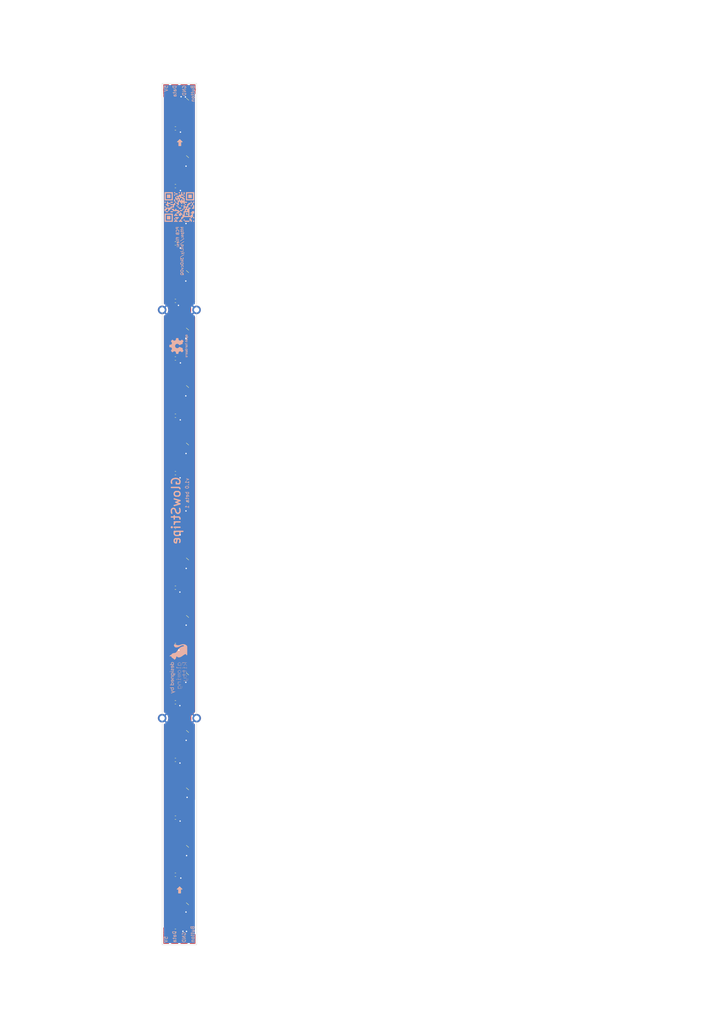
<source format=kicad_pcb>
(kicad_pcb (version 20211014) (generator pcbnew)
  (layers (0 "F.Cu" signal) (31 "B.Cu" signal) (34 "B.Paste" user) (35 "F.Paste" user) (36 "B.SilkS" user "B.Silkscreen") (37 "F.SilkS" user "F.Silkscreen") (38 "B.Mask" user) (39 "F.Mask" user) (44 "Edge.Cuts" user))
  (net 0 "")
  (net 1 "+5V")
  (net 2 "GND")
  (net 3 "Net-(D1-Pad2)")
  (net 4 "Net-(D1-Pad4)")
  (net 5 "Net-(D2-Pad2)")
  (net 6 "Net-(D3-Pad2)")
  (net 7 "Net-(D4-Pad2)")
  (net 8 "Net-(D5-Pad2)")
  (net 9 "Net-(D6-Pad2)")
  (net 10 "Net-(D7-Pad2)")
  (net 11 "Net-(D8-Pad2)")
  (net 12 "Net-(D10-Pad4)")
  (net 13 "Net-(D10-Pad2)")
  (net 14 "Net-(D11-Pad2)")
  (net 15 "Net-(D12-Pad2)")
  (net 16 "Net-(D13-Pad2)")
  (net 17 "Net-(D14-Pad2)")
  (net 18 "Net-(D15-Pad2)")
  (net 19 "BUTTON")
  (footprint "Capacitor_SMD:C_0603_1608Metric_Pad1.08x0.95mm_HandSolder" (layer "F.Cu") (at 50.97 220.35)
    (fp_text reference "C4" hide)
    (fp_text value "0.1uf")
    (pad "1" smd roundrect (at -0.8625 0) (size 1.075 0.95) (layers "F.Cu" "F.Paste" "F.Mask") (net 1 "+5V"))
    (pad "2" smd roundrect (at 0.8625 0) (size 1.075 0.95) (layers "F.Cu" "F.Paste" "F.Mask") (net 2 "GND"))
  )
  (footprint "LED_SMD:LED_WS2812B_PLCC4_5.0x5.0mm_P3.2mm" (layer "F.Cu") (at 52.0678 48.910185 90)
    (fp_text reference "D14" hide)
    (fp_text value "WS2812B")
    (pad "1" smd rect locked (at -2.45 -1.6 90) (size 1.5 1) (layers "F.Cu" "F.Paste" "F.Mask") (net 1 "+5V"))
    (pad "2" smd rect locked (at -2.45 1.6 90) (size 1.5 1) (layers "F.Cu" "F.Paste" "F.Mask") (net 17 "Net-(D14-Pad2)"))
    (pad "3" smd rect locked (at 2.45 1.6 90) (size 1.5 1) (layers "F.Cu" "F.Paste" "F.Mask") (net 2 "GND"))
    (pad "4" smd rect locked (at 2.45 -1.6 90) (size 1.5 1) (layers "F.Cu" "F.Paste" "F.Mask") (net 16 "Net-(D13-Pad2)"))
  )
  (footprint "LED_SMD:LED_WS2812B_PLCC4_5.0x5.0mm_P3.2mm" (layer "F.Cu") (at 52.0678 265.75 90)
    (fp_text reference "D1" hide)
    (fp_text value "WS2812B")
    (pad "1" smd rect locked (at -2.45 -1.6 90) (size 1.5 1) (layers "F.Cu" "F.Paste" "F.Mask") (net 1 "+5V"))
    (pad "2" smd rect locked (at -2.45 1.6 90) (size 1.5 1) (layers "F.Cu" "F.Paste" "F.Mask") (net 3 "Net-(D1-Pad2)"))
    (pad "3" smd rect locked (at 2.45 1.6 90) (size 1.5 1) (layers "F.Cu" "F.Paste" "F.Mask") (net 2 "GND"))
    (pad "4" smd rect locked (at 2.45 -1.6 90) (size 1.5 1) (layers "F.Cu" "F.Paste" "F.Mask") (net 4 "Net-(D1-Pad4)"))
  )
  (footprint "LED_SMD:LED_WS2812B_PLCC4_5.0x5.0mm_P3.2mm" (layer "F.Cu") (at 52.0678 65.59017 90)
    (fp_text reference "D13" hide)
    (fp_text value "WS2812B")
    (pad "1" smd rect locked (at -2.45 -1.6 90) (size 1.5 1) (layers "F.Cu" "F.Paste" "F.Mask") (net 1 "+5V"))
    (pad "2" smd rect locked (at -2.45 1.6 90) (size 1.5 1) (layers "F.Cu" "F.Paste" "F.Mask") (net 16 "Net-(D13-Pad2)"))
    (pad "3" smd rect locked (at 2.45 1.6 90) (size 1.5 1) (layers "F.Cu" "F.Paste" "F.Mask") (net 2 "GND"))
    (pad "4" smd rect locked (at 2.45 -1.6 90) (size 1.5 1) (layers "F.Cu" "F.Paste" "F.Mask") (net 15 "Net-(D12-Pad2)"))
  )
  (footprint "Capacitor_SMD:C_0603_1608Metric_Pad1.08x0.95mm_HandSolder" (layer "F.Cu") (at 50.97 203.64)
    (fp_text reference "C5" hide)
    (fp_text value "0.1uf")
    (pad "1" smd roundrect (at -0.8625 0) (size 1.075 0.95) (layers "F.Cu" "F.Paste" "F.Mask") (net 1 "+5V"))
    (pad "2" smd roundrect (at 0.8625 0) (size 1.075 0.95) (layers "F.Cu" "F.Paste" "F.Mask") (net 2 "GND"))
  )
  (footprint "myparts:Castellated hole" (layer "F.Cu") (at 47.1454 208.24)
    (fp_text reference "H4" hide)
    (fp_text value "Castellated_hole")
    (pad "1" thru_hole circle (at -0.0254 0) (size 2.5 2.5) (drill 1.5) (layers *.Cu *.Mask) (net 2 "GND"))
  )
  (footprint "Capacitor_SMD:C_0603_1608Metric_Pad1.08x0.95mm_HandSolder" (layer "F.Cu") (at 50.97 120.47)
    (fp_text reference "C10" hide)
    (fp_text value "0.1uf")
    (pad "1" smd roundrect (at -0.8625 0) (size 1.075 0.95) (layers "F.Cu" "F.Paste" "F.Mask") (net 1 "+5V"))
    (pad "2" smd roundrect (at 0.8625 0) (size 1.075 0.95) (layers "F.Cu" "F.Paste" "F.Mask") (net 2 "GND"))
  )
  (footprint "Capacitor_SMD:C_0603_1608Metric_Pad1.08x0.95mm_HandSolder" (layer "F.Cu") (at 50.97 253.68)
    (fp_text reference "C2" hide)
    (fp_text value "0.1uf")
    (pad "1" smd roundrect (at -0.8625 0) (size 1.075 0.95) (layers "F.Cu" "F.Paste" "F.Mask") (net 1 "+5V"))
    (pad "2" smd roundrect (at 0.8625 0) (size 1.075 0.95) (layers "F.Cu" "F.Paste" "F.Mask") (net 2 "GND"))
  )
  (footprint "LOGO" (layer "F.Cu") (at 52.24 41.21 180)
    (fp_text reference "leddirectionarrow4" hide)
    (fp_text value "LOGO" hide)
  )
  (footprint "myparts:LED strip connector 4pad small" (layer "F.Cu") (at 52.11 25.71)
    (fp_text reference "U2" hide)
    (fp_text value "Contact pads")
    (pad "1" smd rect locked (at -3.8338 -0.0056) (size 1.6 2.8) (layers "F.Cu" "F.Mask") (net 1 "+5V"))
    (pad "2" smd rect locked (at -1.334534 -0.0056) (size 2 2.8) (layers "F.Cu" "F.Mask") (net 18 "Net-(D15-Pad2)"))
    (pad "3" smd rect locked (at 1.364732 -0.0056) (size 2 2.8) (layers "F.Cu" "F.Mask") (net 2 "GND"))
    (pad "4" smd rect locked (at 3.864 -0.0056) (size 1.6 2.8) (layers "F.Cu" "F.Mask") (net 19 "BUTTON"))
  )
  (footprint "LED_SMD:LED_WS2812B_PLCC4_5.0x5.0mm_P3.2mm" (layer "F.Cu") (at 52.0678 98.95014 90)
    (fp_text reference "D11" hide)
    (fp_text value "WS2812B")
    (pad "1" smd rect locked (at -2.45 -1.6 90) (size 1.5 1) (layers "F.Cu" "F.Paste" "F.Mask") (net 1 "+5V"))
    (pad "2" smd rect locked (at -2.45 1.6 90) (size 1.5 1) (layers "F.Cu" "F.Paste" "F.Mask") (net 14 "Net-(D11-Pad2)"))
    (pad "3" smd rect locked (at 2.45 1.6 90) (size 1.5 1) (layers "F.Cu" "F.Paste" "F.Mask") (net 2 "GND"))
    (pad "4" smd rect locked (at 2.45 -1.6 90) (size 1.5 1) (layers "F.Cu" "F.Paste" "F.Mask") (net 13 "Net-(D10-Pad2)"))
  )
  (footprint "LED_SMD:LED_WS2812B_PLCC4_5.0x5.0mm_P3.2mm" (layer "F.Cu") (at 52.0678 232.39002 90)
    (fp_text reference "D3" hide)
    (fp_text value "WS2812B")
    (pad "1" smd rect locked (at -2.45 -1.6 90) (size 1.5 1) (layers "F.Cu" "F.Paste" "F.Mask") (net 1 "+5V"))
    (pad "2" smd rect locked (at -2.45 1.6 90) (size 1.5 1) (layers "F.Cu" "F.Paste" "F.Mask") (net 6 "Net-(D3-Pad2)"))
    (pad "3" smd rect locked (at 2.45 1.6 90) (size 1.5 1) (layers "F.Cu" "F.Paste" "F.Mask") (net 2 "GND"))
    (pad "4" smd rect locked (at 2.45 -1.6 90) (size 1.5 1) (layers "F.Cu" "F.Paste" "F.Mask") (net 5 "Net-(D2-Pad2)"))
  )
  (footprint "Capacitor_SMD:C_0603_1608Metric_Pad1.08x0.95mm_HandSolder" (layer "F.Cu") (at 50.97 137.13)
    (fp_text reference "C9" hide)
    (fp_text value "0.1uf")
    (pad "1" smd roundrect (at -0.8625 0) (size 1.075 0.95) (layers "F.Cu" "F.Paste" "F.Mask") (net 1 "+5V"))
    (pad "2" smd roundrect (at 0.8625 0) (size 1.075 0.95) (layers "F.Cu" "F.Paste" "F.Mask") (net 2 "GND"))
  )
  (footprint "Capacitor_SMD:C_0603_1608Metric_Pad1.08x0.95mm_HandSolder" (layer "F.Cu") (at 50.97 53.83)
    (fp_text reference "C14" hide)
    (fp_text value "0.1uf")
    (pad "1" smd roundrect (at -0.8625 0) (size 1.075 0.95) (layers "F.Cu" "F.Paste" "F.Mask") (net 1 "+5V"))
    (pad "2" smd roundrect (at 0.8625 0) (size 1.075 0.95) (layers "F.Cu" "F.Paste" "F.Mask") (net 2 "GND"))
  )
  (footprint "myparts:Castellated hole" (layer "F.Cu") (at 57.13 89.75)
    (fp_text reference "H1" hide)
    (fp_text value "Castellated_hole")
    (pad "1" thru_hole circle (at -0.0254 0) (size 2.5 2.5) (drill 1.5) (layers *.Cu *.Mask) (net 2 "GND"))
  )
  (footprint "Capacitor_SMD:C_0603_1608Metric_Pad1.08x0.95mm_HandSolder" (layer "F.Cu") (at 50.97 70.46)
    (fp_text reference "C13" hide)
    (fp_text value "0.1uf")
    (pad "1" smd roundrect (at -0.8625 0) (size 1.075 0.95) (layers "F.Cu" "F.Paste" "F.Mask") (net 1 "+5V"))
    (pad "2" smd roundrect (at 0.8625 0) (size 1.075 0.95) (layers "F.Cu" "F.Paste" "F.Mask") (net 2 "GND"))
  )
  (footprint "Capacitor_SMD:C_0603_1608Metric_Pad1.08x0.95mm_HandSolder" (layer "F.Cu") (at 50.97 237.11)
    (fp_text reference "C3" hide)
    (fp_text value "0.1uf")
    (pad "1" smd roundrect (at -0.8625 0) (size 1.075 0.95) (layers "F.Cu" "F.Paste" "F.Mask") (net 1 "+5V"))
    (pad "2" smd roundrect (at 0.8625 0) (size 1.075 0.95) (layers "F.Cu" "F.Paste" "F.Mask") (net 2 "GND"))
  )
  (footprint "Capacitor_SMD:C_0603_1608Metric_Pad1.08x0.95mm_HandSolder" (layer "F.Cu") (at 50.97 170.38)
    (fp_text reference "C7" hide)
    (fp_text value "0.1uf")
    (pad "1" smd roundrect (at -0.8625 0) (size 1.075 0.95) (layers "F.Cu" "F.Paste" "F.Mask") (net 1 "+5V"))
    (pad "2" smd roundrect (at 0.8625 0) (size 1.075 0.95) (layers "F.Cu" "F.Paste" "F.Mask") (net 2 "GND"))
  )
  (footprint "myparts:Castellated hole" (layer "F.Cu") (at 57.1654 208.24)
    (fp_text reference "H3" hide)
    (fp_text value "Castellated_hole")
    (pad "1" thru_hole circle (at -0.0254 0) (size 2.5 2.5) (drill 1.5) (layers *.Cu *.Mask) (net 2 "GND"))
  )
  (footprint "myparts:LED strip connector 4pad small" (layer "F.Cu") (at 52.11 272.32)
    (fp_text reference "U1" hide)
    (fp_text value "Contact pads")
    (pad "1" smd rect locked (at -3.8338 -0.0056) (size 1.6 2.8) (layers "F.Cu" "F.Mask") (net 1 "+5V"))
    (pad "2" smd rect locked (at -1.334534 -0.0056) (size 2 2.8) (layers "F.Cu" "F.Mask") (net 4 "Net-(D1-Pad4)"))
    (pad "3" smd rect locked (at 1.364732 -0.0056) (size 2 2.8) (layers "F.Cu" "F.Mask") (net 2 "GND"))
    (pad "4" smd rect locked (at 3.864 -0.0056) (size 1.6 2.8) (layers "F.Cu" "F.Mask") (net 19 "BUTTON"))
  )
  (footprint "Capacitor_SMD:C_0603_1608Metric_Pad1.08x0.95mm_HandSolder" (layer "F.Cu") (at 50.97 269.95)
    (fp_text reference "C1" hide)
    (fp_text value "0.1uf")
    (pad "1" smd roundrect (at -0.8625 0) (size 1.075 0.95) (layers "F.Cu" "F.Paste" "F.Mask") (net 1 "+5V"))
    (pad "2" smd roundrect (at 0.8625 0) (size 1.075 0.95) (layers "F.Cu" "F.Paste" "F.Mask") (net 2 "GND"))
  )
  (footprint "LED_SMD:LED_WS2812B_PLCC4_5.0x5.0mm_P3.2mm" (layer "F.Cu") (at 52.0678 32.2302 90)
    (fp_text reference "D15" hide)
    (fp_text value "WS2812B")
    (pad "1" smd rect locked (at -2.45 -1.6 90) (size 1.5 1) (layers "F.Cu" "F.Paste" "F.Mask") (net 1 "+5V"))
    (pad "2" smd rect locked (at -2.45 1.6 90) (size 1.5 1) (layers "F.Cu" "F.Paste" "F.Mask") (net 18 "Net-(D15-Pad2)"))
    (pad "3" smd rect locked (at 2.45 1.6 90) (size 1.5 1) (layers "F.Cu" "F.Paste" "F.Mask") (net 2 "GND"))
    (pad "4" smd rect locked (at 2.45 -1.6 90) (size 1.5 1) (layers "F.Cu" "F.Paste" "F.Mask") (net 17 "Net-(D14-Pad2)"))
  )
  (footprint "LED_SMD:LED_WS2812B_PLCC4_5.0x5.0mm_P3.2mm" (layer "F.Cu") (at 52.0678 182.350065 90)
    (fp_text reference "D6" hide)
    (fp_text value "WS2812B")
    (pad "1" smd rect locked (at -2.45 -1.6 90) (size 1.5 1) (layers "F.Cu" "F.Paste" "F.Mask") (net 1 "+5V"))
    (pad "2" smd rect locked (at -2.45 1.6 90) (size 1.5 1) (layers "F.Cu" "F.Paste" "F.Mask") (net 9 "Net-(D6-Pad2)"))
    (pad "3" smd rect locked (at 2.45 1.6 90) (size 1.5 1) (layers "F.Cu" "F.Paste" "F.Mask") (net 2 "GND"))
    (pad "4" smd rect locked (at 2.45 -1.6 90) (size 1.5 1) (layers "F.Cu" "F.Paste" "F.Mask") (net 8 "Net-(D5-Pad2)"))
  )
  (footprint "LED_SMD:LED_WS2812B_PLCC4_5.0x5.0mm_P3.2mm" (layer "F.Cu") (at 52.0678 148.990095 90)
    (fp_text reference "D8" hide)
    (fp_text value "WS2812B")
    (pad "1" smd rect locked (at -2.45 -1.6 90) (size 1.5 1) (layers "F.Cu" "F.Paste" "F.Mask") (net 1 "+5V"))
    (pad "2" smd rect locked (at -2.45 1.6 90) (size 1.5 1) (layers "F.Cu" "F.Paste" "F.Mask") (net 11 "Net-(D8-Pad2)"))
    (pad "3" smd rect locked (at 2.45 1.6 90) (size 1.5 1) (layers "F.Cu" "F.Paste" "F.Mask") (net 2 "GND"))
    (pad "4" smd rect locked (at 2.45 -1.6 90) (size 1.5 1) (layers "F.Cu" "F.Paste" "F.Mask") (net 10 "Net-(D7-Pad2)"))
  )
  (footprint "Capacitor_SMD:C_0603_1608Metric_Pad1.08x0.95mm_HandSolder" (layer "F.Cu") (at 50.97 37.09)
    (fp_text reference "C15" hide)
    (fp_text value "0.1uf")
    (pad "1" smd roundrect (at -0.8625 0) (size 1.075 0.95) (layers "F.Cu" "F.Paste" "F.Mask") (net 1 "+5V"))
    (pad "2" smd roundrect (at 0.8625 0) (size 1.075 0.95) (layers "F.Cu" "F.Paste" "F.Mask") (net 2 "GND"))
  )
  (footprint "LED_SMD:LED_WS2812B_PLCC4_5.0x5.0mm_P3.2mm" (layer "F.Cu") (at 52.0678 115.630125 90)
    (fp_text reference "D10" hide)
    (fp_text value "WS2812B")
    (pad "1" smd rect locked (at -2.45 -1.6 90) (size 1.5 1) (layers "F.Cu" "F.Paste" "F.Mask") (net 1 "+5V"))
    (pad "2" smd rect locked (at -2.45 1.6 90) (size 1.5 1) (layers "F.Cu" "F.Paste" "F.Mask") (net 13 "Net-(D10-Pad2)"))
    (pad "3" smd rect locked (at 2.45 1.6 90) (size 1.5 1) (layers "F.Cu" "F.Paste" "F.Mask") (net 2 "GND"))
    (pad "4" smd rect locked (at 2.45 -1.6 90) (size 1.5 1) (layers "F.Cu" "F.Paste" "F.Mask") (net 12 "Net-(D10-Pad4)"))
  )
  (footprint "Capacitor_SMD:C_0603_1608Metric_Pad1.08x0.95mm_HandSolder" (layer "F.Cu") (at 50.97 153.78)
    (fp_text reference "C8" hide)
    (fp_text value "0.1uf")
    (pad "1" smd roundrect (at -0.8625 0) (size 1.075 0.95) (layers "F.Cu" "F.Paste" "F.Mask") (net 1 "+5V"))
    (pad "2" smd roundrect (at 0.8625 0) (size 1.075 0.95) (layers "F.Cu" "F.Paste" "F.Mask") (net 2 "GND"))
  )
  (footprint "LOGO" (layer "F.Cu") (at 52.19 258.07 180)
    (fp_text reference "leddirectionarrow4" hide)
    (fp_text value "LOGO" hide)
  )
  (footprint "LED_SMD:LED_WS2812B_PLCC4_5.0x5.0mm_P3.2mm" (layer "F.Cu") (at 52.0678 249.070005 90)
    (fp_text reference "D2" hide)
    (fp_text value "WS2812B")
    (pad "1" smd rect locked (at -2.45 -1.6 90) (size 1.5 1) (layers "F.Cu" "F.Paste" "F.Mask") (net 1 "+5V"))
    (pad "2" smd rect locked (at -2.45 1.6 90) (size 1.5 1) (layers "F.Cu" "F.Paste" "F.Mask") (net 5 "Net-(D2-Pad2)"))
    (pad "3" smd rect locked (at 2.45 1.6 90) (size 1.5 1) (layers "F.Cu" "F.Paste" "F.Mask") (net 2 "GND"))
    (pad "4" smd rect locked (at 2.45 -1.6 90) (size 1.5 1) (layers "F.Cu" "F.Paste" "F.Mask") (net 3 "Net-(D1-Pad2)"))
  )
  (footprint "myparts:Castellated hole" (layer "F.Cu") (at 47.14 89.75)
    (fp_text reference "H2" hide)
    (fp_text value "Castellated_hole")
    (pad "1" thru_hole circle (at -0.0254 0) (size 2.5 2.5) (drill 1.5) (layers *.Cu *.Mask) (net 2 "GND"))
  )
  (footprint "LED_SMD:LED_WS2812B_PLCC4_5.0x5.0mm_P3.2mm" (layer "F.Cu") (at 52.0678 215.710035 90)
    (fp_text reference "D4" hide)
    (fp_text value "WS2812B")
    (pad "1" smd rect locked (at -2.45 -1.6 90) (size 1.5 1) (layers "F.Cu" "F.Paste" "F.Mask") (net 1 "+5V"))
    (pad "2" smd rect locked (at -2.45 1.6 90) (size 1.5 1) (layers "F.Cu" "F.Paste" "F.Mask") (net 7 "Net-(D4-Pad2)"))
    (pad "3" smd rect locked (at 2.45 1.6 90) (size 1.5 1) (layers "F.Cu" "F.Paste" "F.Mask") (net 2 "GND"))
    (pad "4" smd rect locked (at 2.45 -1.6 90) (size 1.5 1) (layers "F.Cu" "F.Paste" "F.Mask") (net 6 "Net-(D3-Pad2)"))
  )
  (footprint "Capacitor_SMD:C_0603_1608Metric_Pad1.08x0.95mm_HandSolder" (layer "F.Cu") (at 50.97 103.86)
    (fp_text reference "C11" hide)
    (fp_text value "0.1uf")
    (pad "1" smd roundrect (at -0.8625 0) (size 1.075 0.95) (layers "F.Cu" "F.Paste" "F.Mask") (net 1 "+5V"))
    (pad "2" smd roundrect (at 0.8625 0) (size 1.075 0.95) (layers "F.Cu" "F.Paste" "F.Mask") (net 2 "GND"))
  )
  (footprint "Capacitor_SMD:C_0603_1608Metric_Pad1.08x0.95mm_HandSolder" (layer "F.Cu") (at 50.97 187.03)
    (fp_text reference "C6" hide)
    (fp_text value "0.1uf")
    (pad "1" smd roundrect (at -0.8625 0) (size 1.075 0.95) (layers "F.Cu" "F.Paste" "F.Mask") (net 1 "+5V"))
    (pad "2" smd roundrect (at 0.8625 0) (size 1.075 0.95) (layers "F.Cu" "F.Paste" "F.Mask") (net 2 "GND"))
  )
  (footprint "Capacitor_SMD:C_0603_1608Metric_Pad1.08x0.95mm_HandSolder" (layer "F.Cu") (at 50.97 87.14)
    (fp_text reference "C12" hide)
    (fp_text value "0.1uf")
    (pad "1" smd roundrect (at -0.8625 0) (size 1.075 0.95) (layers "F.Cu" "F.Paste" "F.Mask") (net 1 "+5V"))
    (pad "2" smd roundrect (at 0.8625 0) (size 1.075 0.95) (layers "F.Cu" "F.Paste" "F.Mask") (net 2 "GND"))
  )
  (footprint "LED_SMD:LED_WS2812B_PLCC4_5.0x5.0mm_P3.2mm" (layer "F.Cu") (at 52.0678 165.67008 90)
    (fp_text reference "D7" hide)
    (fp_text value "WS2812B")
    (pad "1" smd rect locked (at -2.45 -1.6 90) (size 1.5 1) (layers "F.Cu" "F.Paste" "F.Mask") (net 1 "+5V"))
    (pad "2" smd rect locked (at -2.45 1.6 90) (size 1.5 1) (layers "F.Cu" "F.Paste" "F.Mask") (net 10 "Net-(D7-Pad2)"))
    (pad "3" smd rect locked (at 2.45 1.6 90) (size 1.5 1) (layers "F.Cu" "F.Paste" "F.Mask") (net 2 "GND"))
    (pad "4" smd rect locked (at 2.45 -1.6 90) (size 1.5 1) (layers "F.Cu" "F.Paste" "F.Mask") (net 9 "Net-(D6-Pad2)"))
  )
  (footprint "LED_SMD:LED_WS2812B_PLCC4_5.0x5.0mm_P3.2mm" (layer "F.Cu") (at 52.0678 132.31011 90)
    (fp_text reference "D9" hide)
    (fp_text value "WS2812B")
    (pad "1" smd rect locked (at -2.45 -1.6 90) (size 1.5 1) (layers "F.Cu" "F.Paste" "F.Mask") (net 1 "+5V"))
    (pad "2" smd rect locked (at -2.45 1.6 90) (size 1.5 1) (layers "F.Cu" "F.Paste" "F.Mask") (net 12 "Net-(D10-Pad4)"))
    (pad "3" smd rect locked (at 2.45 1.6 90) (size 1.5 1) (layers "F.Cu" "F.Paste" "F.Mask") (net 2 "GND"))
    (pad "4" smd rect locked (at 2.45 -1.6 90) (size 1.5 1) (layers "F.Cu" "F.Paste" "F.Mask") (net 11 "Net-(D8-Pad2)"))
  )
  (footprint "LED_SMD:LED_WS2812B_PLCC4_5.0x5.0mm_P3.2mm" (layer "F.Cu") (at 52.0678 199.03005 90)
    (fp_text reference "D5" hide)
    (fp_text value "WS2812B")
    (pad "1" smd rect locked (at -2.45 -1.6 90) (size 1.5 1) (layers "F.Cu" "F.Paste" "F.Mask") (net 1 "+5V"))
    (pad "2" smd rect locked (at -2.45 1.6 90) (size 1.5 1) (layers "F.Cu" "F.Paste" "F.Mask") (net 8 "Net-(D5-Pad2)"))
    (pad "3" smd rect locked (at 2.45 1.6 90) (size 1.5 1) (layers "F.Cu" "F.Paste" "F.Mask") (net 2 "GND"))
    (pad "4" smd rect locked (at 2.45 -1.6 90) (size 1.5 1) (layers "F.Cu" "F.Paste" "F.Mask") (net 7 "Net-(D4-Pad2)"))
  )
  (footprint "LED_SMD:LED_WS2812B_PLCC4_5.0x5.0mm_P3.2mm" (layer "F.Cu") (at 52.0678 82.270155 90)
    (fp_text reference "D12" hide)
    (fp_text value "WS2812B")
    (pad "1" smd rect locked (at -2.45 -1.6 90) (size 1.5 1) (layers "F.Cu" "F.Paste" "F.Mask") (net 1 "+5V"))
    (pad "2" smd rect locked (at -2.45 1.6 90) (size 1.5 1) (layers "F.Cu" "F.Paste" "F.Mask") (net 15 "Net-(D12-Pad2)"))
    (pad "3" smd rect locked (at 2.45 1.6 90) (size 1.5 1) (layers "F.Cu" "F.Paste" "F.Mask") (net 2 "GND"))
    (pad "4" smd rect locked (at 2.45 -1.6 90) (size 1.5 1) (layers "F.Cu" "F.Paste" "F.Mask") (net 14 "Net-(D11-Pad2)"))
  )
  (footprint "LOGO" (layer "B.Cu") (at 52.17 258.08)
    (fp_text reference "leddirectionarrow4" hide)
    (fp_text value "LOGO" hide)
  )
  (footprint "LOGO" (layer "B.Cu") (at 51.883217 193.979663 -90)
    (fp_text reference "designedby" hide)
    (fp_text value "LOGO" hide)
  )
  (footprint "LOGO" (layer "B.Cu") (at 52.24 41.21)
    (fp_text reference "leddirectionarrow4" hide)
    (fp_text value "LOGO" hide)
  )
  (footprint "Symbol:OSHW-Logo2_7.3x6mm_SilkScreen" (layer "B.Cu") (at 51.96 100.23 -90)
    (fp_text reference "OSHW logo" hide)
    (fp_text value "OSHW-Logo2_7.3x6mm_SilkScreen" hide)
  )
  (footprint "LOGO" (layer "B.Cu") (at 52.12 59.89 -90)
    (fp_text reference "qrcode" hide)
    (fp_text value "LOGO" hide)
  )
  (gr_line locked (start 57.13 274.01) (end 47.13 274.01) (layer "Edge.Cuts") (width 0.1))
  (gr_line locked (start 47.13 24.01) (end 57.13 24.01) (layer "Edge.Cuts") (width 0.1))
  (gr_line locked (start 57.13 24.01) (end 57.13 274.01) (layer "Edge.Cuts") (width 0.1))
  (gr_line locked (start 47.13 274.01) (end 47.13 24.01) (layer "Edge.Cuts") (width 0.1))
  (gr_text "5V" (at 48.21 271.451428 90) (layer "B.SilkS") (effects (font (size 1 1)) (justify left mirror)))
  (gr_text "5V" (at 48.27 24.49 90) (layer "B.SilkS") (effects (font (size 1 1)) (justify left mirror)))
  (gr_text "Button" (at 56.02 24.49 90) (layer "B.SilkS") (effects (font (size 1 1)) (justify left mirror)))
  (gr_text "Data" (at 50.69 269.88 90) (layer "B.SilkS") (effects (font (size 1 1)) (justify left mirror)))
  (gr_text "GND" (at 53.54 24.49 90) (layer "B.SilkS") (effects (font (size 1 1)) (justify left mirror)))
  (gr_text "v1.0 beta 1" (at 54.38 142.98 90) (layer "B.SilkS") (effects (font (size 1 1)) (justify mirror)))
  (gr_text "PCB files:\nhttps://bit.ly/3kOcvOQ" (at 52.25 65.51 90) (layer "B.SilkS") (effects (font (size 0.8 0.8)) (justify left mirror)))
  (gr_text "Button" (at 55.96 268.403809 90) (layer "B.SilkS") (effects (font (size 1 1)) (justify left mirror)))
  (gr_text "GlowStripe" (at 51.16 148.01 90) (layer "B.SilkS") (effects (font (size 2.5 2.5) (thickness 0.4)) (justify mirror)))
  (gr_text "GND" (at 53.48 270.213333 90) (layer "B.SilkS") (effects (font (size 1 1)) (justify left mirror)))
  (gr_text "Data" (at 50.75 24.49 90) (layer "B.SilkS") (effects (font (size 1 1)) (justify left mirror)))
  (segment (start 48.56 28.37) (end 48.56 29.23) (width 1.5) (layer "F.Cu") (net 1))
  (segment (start 50.1075 187.03) (end 50.1075 185.160365) (width 1) (layer "F.Cu") (net 1))
  (segment (start 50.1075 87.14) (end 50.1075 85.080455) (width 1) (layer "F.Cu") (net 1))
  (segment (start 50.1075 53.83) (end 50.1075 51.720485) (width 1) (layer "F.Cu") (net 1))
  (segment (start 49.5038 269.2938) (end 50.045 269.835) (width 1.2) (layer "F.Cu") (net 1))
  (segment (start 50.1075 170.38) (end 50.1075 168.48038) (width 1) (layer "F.Cu") (net 1))
  (segment (start 50.1075 51.720485) (end 50.4678 51.360185) (width 1) (layer "F.Cu") (net 1))
  (segment (start 50.1075 251.880305) (end 50.4678 251.520005) (width 0.25) (layer "F.Cu") (net 1))
  (segment (start 50.1075 237.11) (end 50.1075 235.20032) (width 1) (layer "F.Cu") (net 1))
  (segment (start 50.1075 185.160365) (end 50.4678 184.800065) (width 1) (layer "F.Cu") (net 1))
  (segment (start 48.56 29.23) (end 48.56 33.493) (width 1.5) (layer "F.Cu") (net 1))
  (segment (start 50.1075 37.09) (end 50.1075 35.0405) (width 1) (layer "F.Cu") (net 1))
  (segment (start 50.1075 101.76044) (end 50.4678 101.40014) (width 1) (layer "F.Cu") (net 1))
  (segment (start 50.1075 68.40047) (end 50.4678 68.04017) (width 1) (layer "F.Cu") (net 1))
  (segment (start 50.045 269.835) (end 50.045 269.95) (width 1.2) (layer "F.Cu") (net 1))
  (segment (start 50.1075 35.0405) (end 50.4678 34.6802) (width 1) (layer "F.Cu") (net 1))
  (segment (start 48.75 28.18) (end 48.56 28.37) (width 1.5) (layer "F.Cu") (net 1))
  (segment (start 50.1075 203.64) (end 50.1075 201.84035) (width 1) (layer "F.Cu") (net 1))
  (segment (start 48.0862 270.4438) (end 48.0862 272.0944) (width 1.2) (layer "F.Cu") (net 1))
  (segment (start 50.1075 268.5603) (end 50.4678 268.2) (width 0.25) (layer "F.Cu") (net 1))
  (segment (start 50.1075 253.68) (end 50.1075 251.880305) (width 1) (layer "F.Cu") (net 1))
  (segment (start 50.1075 153.78) (end 50.1075 151.800395) (width 1) (layer "F.Cu") (net 1))
  (segment (start 50.1075 201.84035) (end 50.4678 201.48005) (width 1) (layer "F.Cu") (net 1))
  (segment (start 48.0862 269.2938) (end 49.5038 269.2938) (width 1.2) (layer "F.Cu") (net 1))
  (segment (start 50.1075 151.800395) (end 50.4678 151.440095) (width 1) (layer "F.Cu") (net 1))
  (segment (start 50.1075 85.080455) (end 50.4678 84.720155) (width 1) (layer "F.Cu") (net 1))
  (segment (start 50.1075 88.7325) (end 50.06 88.78) (width 1) (layer "F.Cu") (net 1))
  (segment (start 50.1075 269.95) (end 50.1075 268.5603) (width 1) (layer "F.Cu") (net 1))
  (segment (start 48.2512 27.6812) (end 48.75 28.18) (width 1.5) (layer "F.Cu") (net 1))
  (segment (start 50.1075 168.48038) (end 50.4678 168.12008) (width 1) (layer "F.Cu") (net 1))
  (segment (start 50.1075 87.14) (end 50.1075 88.7325) (width 1) (layer "F.Cu") (net 1))
  (segment (start 50.1075 70.46) (end 50.1075 68.40047) (width 1) (layer "F.Cu") (net 1))
  (segment (start 48.2512 25.8044) (end 48.2512 27.6812) (width 1.5) (layer "F.Cu") (net 1))
  (segment (start 48.34 26.1696) (end 48.086 25.9156) (width 1.3) (layer "F.Cu") (net 1))
  (segment (start 50.1075 220.35) (end 50.1075 218.520335) (width 1) (layer "F.Cu") (net 1))
  (segment (start 48.0862 269.2938) (end 48.0862 270.4438) (width 1.2) (layer "F.Cu") (net 1))
  (segment (start 50.1075 120.47) (end 50.1075 118.440425) (width 1) (layer "F.Cu") (net 1))
  (segment (start 50.1075 135.12041) (end 50.4678 134.76011) (width 1) (layer "F.Cu") (net 1))
  (segment (start 50.1075 118.440425) (end 50.4678 118.080125) (width 1) (layer "F.Cu") (net 1))
  (segment (start 50.1075 137.13) (end 50.1075 135.12041) (width 1) (layer "F.Cu") (net 1))
  (segment (start 48.56 33.493) (end 50.1075 35.0405) (width 1.5) (layer "F.Cu") (net 1))
  (segment (start 50.1075 103.86) (end 50.1075 101.76044) (width 1) (layer "F.Cu") (net 1))
  (segment (start 50.1075 218.520335) (end 50.4678 218.160035) (width 0.25) (layer "F.Cu") (net 1))
  (segment (start 50.1075 235.20032) (end 50.4678 234.84002) (width 0.25) (layer "F.Cu") (net 1))
  (segment (start 51.8325 171.2125) (end 52.27 171.65) (width 0.25) (layer "F.Cu") (net 2))
  (segment (start 53.6678 214.2478) (end 54.09 214.67) (width 0.25) (layer "F.Cu") (net 2))
  (segment (start 51.8325 137.13) (end 51.8325 137.9925) (width 0.25) (layer "F.Cu") (net 2))
  (segment (start 51.8325 103.86) (end 51.8325 104.5525) (width 0.25) (layer "F.Cu") (net 2))
  (segment (start 53.6678 264.1378) (end 53.6678 263.3) (width 0.25) (layer "F.Cu") (net 2))
  (segment (start 53.6678 46.460185) (end 53.6678 47.6578) (width 0.25) (layer "F.Cu") (net 2))
  (segment (start 53.6678 96.50014) (end 53.6678 97.7178) (width 0.25) (layer "F.Cu") (net 2))
  (segment (start 51.8325 220.8125) (end 51.8325 220.35) (width 0.25) (layer "F.Cu") (net 2))
  (segment (start 51.8325 153.78) (end 51.8325 154.5425) (width 0.25) (layer "F.Cu") (net 2))
  (segment (start 51.8325 53.83) (end 51.8325 54.5325) (width 0.25) (layer "F.Cu") (net 2))
  (segment (start 53.6678 180.8278) (end 54.09 181.25) (width 0.25) (layer "F.Cu") (net 2))
  (segment (start 53.6678 163.22008) (end 53.6678 164.3478) (width 0.25) (layer "F.Cu") (net 2))
  (segment (start 53.484732 270.424732) (end 53.15 270.09) (width 0.25) (layer "F.Cu") (net 2))
  (segment (start 51.8325 70.46) (end 51.8325 71.2725) (width 0.25) (layer "F.Cu") (net 2))
  (segment (start 51.96 188.51) (end 51.8325 188.3825) (width 0.25) (layer "F.Cu") (net 2))
  (segment (start 51.8325 188.3825) (end 51.8325 187.03) (width 0.25) (layer "F.Cu") (net 2))
  (segment (start 53.6678 246.620005) (end 53.6678 247.5878) (width 0.25) (layer "F.Cu") (net 2))
  (segment (start 53.6678 97.7178) (end 54 98.05) (width 0.25) (layer "F.Cu") (net 2))
  (segment (start 51.8325 71.2725) (end 52.38 71.82) (width 0.25) (layer "F.Cu") (net 2))
  (segment (start 53.6678 114.3978) (end 53.98 114.71) (width 0.25) (layer "F.Cu") (net 2))
  (segment (start 53.484732 272.3344) (end 53.484732 270.424732) (width 2) (layer "F.Cu") (net 2))
  (segment (start 51.8325 88.4225) (end 51.8325 87.14) (width 0.25) (layer "F.Cu") (net 2))
  (segment (start 51.85 88.44) (end 51.8325 88.4225) (width 0.25) (layer "F.Cu") (net 2))
  (segment (start 51.8325 237.11) (end 51.8325 237.6125) (width 0.25) (layer "F.Cu") (net 2))
  (segment (start 53.6678 164.3478) (end 54.1 164.78) (width 0.25) (layer "F.Cu") (net 2))
  (segment (start 53.6678 79.820155) (end 53.6678 81.0678) (width 0.25) (layer "F.Cu") (net 2))
  (segment (start 51.8325 121.1325) (end 52.38 121.68) (width 0.25) (layer "F.Cu") (net 2))
  (segment (start 53.6678 230.5278) (end 54.36 231.22) (width 0.25) (layer "F.Cu") (net 2))
  (segment (start 53.6678 147.7378) (end 54.03 148.1) (width 0.25) (layer "F.Cu") (net 2))
  (segment (start 53.6678 29.7802) (end 53.6678 27.7578) (width 1) (layer "F.Cu") (net 2))
  (segment (start 51.8325 104.5525) (end 52.42 105.14) (width 0.25) (layer "F.Cu") (net 2))
  (segment (start 51.8325 253.9525) (end 52.53 254.65) (width 0.25) (layer "F.Cu") (net 2))
  (segment (start 51.8325 203.64) (end 51.8325 204.1725) (width 0.25) (layer "F.Cu") (net 2))
  (segment (start 53.6678 197.5178) (end 53.6678 196.58005) (width 0.25) (layer "F.Cu") (net 2))
  (segment (start 53.6678 129.86011) (end 53.6678 131.0478) (width 0.25) (layer "F.Cu") (net 2))
  (segment (start 53.6678 229.94002) (end 53.6678 230.5278) (width 0.25) (layer "F.Cu") (net 2))
  (segment (start 51.8325 204.1725) (end 52.26 204.6) (width 0.25) (layer "F.Cu") (net 2))
  (segment (start 53.474732 27.564732) (end 53.86 27.95) (width 1) (layer "F.Cu") (net 2))
  (segment (start 53.474732 25.8044) (end 53.474732 27.564732) (width 2) (layer "F.Cu") (net 2))
  (segment (start 53.6678 179.900065) (end 53.6678 180.8278) (width 0.25) (layer "F.Cu") (net 2))
  (segment (start 53.99 197.84) (end 53.6678 197.5178) (width 0.25) (layer "F.Cu") (net 2))
  (segment (start 51.8325 237.6125) (end 52.33 238.11) (width 0.25) (layer "F.Cu") (net 2))
  (segment (start 53.6678 63.14017) (end 53.6678 64.3178) (width 0.25) (layer "F.Cu") (net 2))
  (segment (start 53.474732 27.045268) (end 52.62 27.9) (width 1) (layer "F.Cu") (net 2))
  (segment (start 53.6678 131.0478) (end 54.05 131.43) (width 0.25) (layer "F.Cu") (net 2))
  (segment (start 53.6678 146.540095) (end 53.6678 147.7378) (width 0.25) (layer "F.Cu") (net 2))
  (segment (start 53.01 269.95) (end 53.484732 270.424732) (width 0.25) (layer "F.Cu") (net 2))
  (segment (start 51.8325 137.9925) (end 52.33 138.49) (width 0.25) (layer "F.Cu") (net 2))
  (segment (start 53.484732 270.424732) (end 53.885268 270.424732) (width 0.25) (layer "F.Cu") (net 2))
  (segment (start 53.6678 47.6578) (end 54.05 48.04) (width 0.25) (layer "F.Cu") (net 2))
  (segment (start 53.6678 247.5878) (end 54.21 248.13) (width 0.25) (layer "F.Cu") (net 2))
  (segment (start 53.6678 113.180125) (end 53.6678 114.3978) (width 0.25) (layer "F.Cu") (net 2))
  (segment (start 54.04 264.51) (end 53.6678 264.1378) (width 0.25) (layer "F.Cu") (net 2))
  (segment (start 53.6678 213.260035) (end 53.6678 214.2478) (width 0.25) (layer "F.Cu") (net 2))
  (segment (start 51.8325 37.5625) (end 52.43 38.16) (width 0.25) (layer "F.Cu") (net 2))
  (segment (start 53.6678 27.7578) (end 53.474732 27.564732) (width 1) (layer "F.Cu") (net 2))
  (segment (start 52.29 221.27) (end 51.8325 220.8125) (width 0.25) (layer "F.Cu") (net 2))
  (segment (start 51.8325 253.68) (end 51.8325 253.9525) (width 0.25) (layer "F.Cu") (net 2))
  (segment (start 51.8225 269.95) (end 53.01 269.95) (width 0.25) (layer "F.Cu") (net 2))
  (segment (start 53.6678 64.3178) (end 54.04 64.69) (width 0.25) (layer "F.Cu") (net 2))
  (segment (start 51.8325 37.09) (end 51.8325 37.5625) (width 0.25) (layer "F.Cu") (net 2))
  (segment (start 53.6678 81.0678) (end 53.98 81.38) (width 0.25) (layer "F.Cu") (net 2))
  (segment (start 51.8325 154.5425) (end 52.35 155.06) (width 0.25) (layer "F.Cu") (net 2))
  (segment (start 51.8325 170.38) (end 51.8325 171.2125) (width 0.25) (layer "F.Cu") (net 2))
  (segment (start 51.8325 54.5325) (end 52.42 55.12) (width 0.25) (layer "F.Cu") (net 2))
  (segment (start 53.885268 270.424732) (end 54.19 270.12) (width 1) (layer "F.Cu") (net 2))
  (segment (start 51.8325 120.47) (end 51.8325 121.1325) (width 0.25) (layer "F.Cu") (net 2))
  (via (at 54.21 248.13) (size 0.8) (drill 0.4) (layers "F.Cu" "B.Cu") (net 2))
  (via (at 51.85 88.44) (size 0.8) (drill 0.4) (layers "F.Cu" "B.Cu") (net 2))
  (via (at 52.29 221.27) (size 0.8) (drill 0.4) (layers "F.Cu" "B.Cu") (net 2))
  (via (at 54.09 214.67) (size 0.8) (drill 0.4) (layers "F.Cu" "B.Cu") (net 2))
  (via (at 53.86 27.95) (size 0.8) (drill 0.4) (layers "F.Cu" "B.Cu") (net 2))
  (via (at 54.36 231.22) (size 0.8) (drill 0.4) (layers "F.Cu" "B.Cu") (net 2))
  (via (at 52.43 38.16) (size 0.8) (drill 0.4) (layers "F.Cu" "B.Cu") (net 2))
  (via (at 54.05 131.43) (size 0.8) (drill 0.4) (layers "F.Cu" "B.Cu") (net 2))
  (via (at 54.04 64.69) (size 0.8) (drill 0.4) (layers "F.Cu" "B.Cu") (net 2))
  (via (at 54.05 48.04) (size 0.8) (drill 0.4) (layers "F.Cu" "B.Cu") (net 2))
  (via (at 53.98 114.71) (size 0.8) (drill 0.4) (layers "F.Cu" "B.Cu") (net 2))
  (via (at 52.33 238.11) (size 0.8) (drill 0.4) (layers "F.Cu" "B.Cu") (net 2))
  (via (at 52.26 204.6) (size 0.8) (drill 0.4) (layers "F.Cu" "B.Cu") (net 2))
  (via (at 54.09 181.25) (size 0.8) (drill 0.4) (layers "F.Cu" "B.Cu") (net 2))
  (via (at 54.03 148.1) (size 0.8) (drill 0.4) (layers "F.Cu" "B.Cu") (net 2))
  (via (at 52.33 138.49) (size 0.8) (drill 0.4) (layers "F.Cu" "B.Cu") (net 2))
  (via (at 53.99 197.84) (size 0.8) (drill 0.4) (layers "F.Cu" "B.Cu") (net 2))
  (via (at 51.96 188.51) (size 0.8) (drill 0.4) (layers "F.Cu" "B.Cu") (net 2))
  (via (at 52.38 121.68) (size 0.8) (drill 0.4) (layers "F.Cu" "B.Cu") (net 2))
  (via (at 54.1 164.78) (size 0.8) (drill 0.4) (layers "F.Cu" "B.Cu") (net 2))
  (via (at 52.27 171.65) (size 0.8) (drill 0.4) (layers "F.Cu" "B.Cu") (net 2))
  (via (at 52.35 155.06) (size 0.8) (drill 0.4) (layers "F.Cu" "B.Cu") (net 2))
  (via (at 52.42 105.14) (size 0.8) (drill 0.4) (layers "F.Cu" "B.Cu") (net 2))
  (via (at 53.98 81.38) (size 0.8) (drill 0.4) (layers "F.Cu" "B.Cu") (net 2))
  (via (at 52.42 55.12) (size 0.8) (drill 0.4) (layers "F.Cu" "B.Cu") (net 2))
  (via (at 53.15 270.09) (size 0.8) (drill 0.4) (layers "F.Cu" "B.Cu") (net 2))
  (via (at 52.62 27.9) (size 0.8) (drill 0.4) (layers "F.Cu" "B.Cu") (net 2))
  (via (at 54.19 270.12) (size 0.8) (drill 0.4) (layers "F.Cu" "B.Cu") (net 2))
  (via (at 52.53 254.65) (size 0.8) (drill 0.4) (layers "F.Cu" "B.Cu") (net 2))
  (via (at 54.04 264.51) (size 0.8) (drill 0.4) (layers "F.Cu" "B.Cu") (net 2))
  (via (at 54 98.05) (size 0.8) (drill 0.4) (layers "F.Cu" "B.Cu") (net 2))
  (via (at 52.38 71.82) (size 0.8) (drill 0.4) (layers "F.Cu" "B.Cu") (net 2))
  (segment (start 52.06 252.21) (end 52.06 250.53) (width 0.5) (layer "F.Cu") (net 3))
  (segment (start 53.6678 268.2) (end 53.6678 265.9778) (width 0.5) (layer "F.Cu") (net 3))
  (segment (start 52.06 250.53) (end 50.4678 248.9378) (width 0.5) (layer "F.Cu") (net 3))
  (segment (start 51.89 264.2) (end 51.89 262.28) (width 0.5) (layer "F.Cu") (net 3))
  (segment (start 53.6678 265.9778) (end 51.89 264.2) (width 0.5) (layer "F.Cu") (net 3))
  (segment (start 53.67 260.5) (end 53.67 253.82) (width 0.5) (layer "F.Cu") (net 3))
  (segment (start 53.67 253.82) (end 52.06 252.21) (width 0.5) (layer "F.Cu") (net 3))
  (segment (start 50.4678 248.9378) (end 50.4678 246.620005) (width 0.5) (layer "F.Cu") (net 3))
  (segment (start 51.89 262.28) (end 53.67 260.5) (width 0.5) (layer "F.Cu") (net 3))
  (segment (start 52.01 268.46) (end 52.01 266.84) (width 0.5) (layer "F.Cu") (net 4))
  (segment (start 50.93452 272.185346) (end 50.93452 270.41994) (width 0.2) (layer "F.Cu") (net 4))
  (segment (start 50.785466 272.3344) (end 50.93452 272.185346) (width 0.2) (layer "F.Cu") (net 4))
  (segment (start 50.94452 269.52548) (end 52.01 268.46) (width 0.2) (layer "F.Cu") (net 4))
  (segment (start 50.93452 270.41994) (end 50.94452 270.40994) (width 0.2) (layer "F.Cu") (net 4))
  (segment (start 50.4678 265.2978) (end 50.4678 263.3) (width 0.5) (layer "F.Cu") (net 4))
  (segment (start 52.01 266.84) (end 50.4678 265.2978) (width 0.5) (layer "F.Cu") (net 4))
  (segment (start 50.94452 270.40994) (end 50.94452 269.52548) (width 0.2) (layer "F.Cu") (net 4))
  (segment (start 53.6678 251.520005) (end 53.6678 249.5378) (width 0.5) (layer "F.Cu") (net 5))
  (segment (start 51.91 235.32) (end 51.91 233.58) (width 0.5) (layer "F.Cu") (net 5))
  (segment (start 53.41 243.89) (end 53.41 236.82) (width 0.5) (layer "F.Cu") (net 5))
  (segment (start 51.92 245.38) (end 53.41 243.89) (width 0.5) (layer "F.Cu") (net 5))
  (segment (start 50.4678 232.1378) (end 50.4678 229.94002) (width 0.5) (layer "F.Cu") (net 5))
  (segment (start 51.92 247.79) (end 51.92 245.38) (width 0.5) (layer "F.Cu") (net 5))
  (segment (start 53.6678 249.5378) (end 51.92 247.79) (width 0.5) (layer "F.Cu") (net 5))
  (segment (start 53.41 236.82) (end 51.91 235.32) (width 0.5) (layer "F.Cu") (net 5))
  (segment (start 51.91 233.58) (end 50.4678 232.1378) (width 0.5) (layer "F.Cu") (net 5))
  (segment (start 53.6678 232.6378) (end 51.94 230.91) (width 0.5) (layer "F.Cu") (net 6))
  (segment (start 52.01 216.95) (end 50.4678 215.4078) (width 0.5) (layer "F.Cu") (net 6))
  (segment (start 50.4678 215.4078) (end 50.4678 213.260035) (width 0.5) (layer "F.Cu") (net 6))
  (segment (start 53.56 220.23) (end 52.01 218.68) (width 0.5) (layer "F.Cu") (net 6))
  (segment (start 53.56 226.96) (end 53.56 220.23) (width 0.5) (layer "F.Cu") (net 6))
  (segment (start 51.94 230.91) (end 51.94 228.58) (width 0.5) (layer "F.Cu") (net 6))
  (segment (start 53.6678 234.84002) (end 53.6678 232.6378) (width 0.5) (layer "F.Cu") (net 6))
  (segment (start 52.01 218.68) (end 52.01 216.95) (width 0.5) (layer "F.Cu") (net 6))
  (segment (start 51.94 228.58) (end 53.56 226.96) (width 0.5) (layer "F.Cu") (net 6))
  (segment (start 51.91 200.32) (end 50.4678 198.8778) (width 0.5) (layer "F.Cu") (net 7))
  (segment (start 52.05 214.47) (end 52.05 212.3) (width 0.5) (layer "F.Cu") (net 7))
  (segment (start 52.05 212.3) (end 53.14 211.21) (width 0.5) (layer "F.Cu") (net 7))
  (segment (start 53.14 211.21) (end 53.14 203.13) (width 0.5) (layer "F.Cu") (net 7))
  (segment (start 53.14 203.13) (end 51.91 201.9) (width 0.5) (layer "F.Cu") (net 7))
  (segment (start 53.6678 218.160035) (end 53.6678 216.0878) (width 0.5) (layer "F.Cu") (net 7))
  (segment (start 51.91 201.9) (end 51.91 200.32) (width 0.5) (layer "F.Cu") (net 7))
  (segment (start 53.6678 216.0878) (end 52.05 214.47) (width 0.5) (layer "F.Cu") (net 7))
  (segment (start 50.4678 198.8778) (end 50.4678 196.58005) (width 0.5) (layer "F.Cu") (net 7))
  (segment (start 53.49 194.23) (end 53.49 186.94) (width 0.5) (layer "F.Cu") (net 8))
  (segment (start 52.04 197.91) (end 52.04 195.68) (width 0.5) (layer "F.Cu") (net 8))
  (segment (start 52.01 185.46) (end 52.01 183.68) (width 0.5) (layer "F.Cu") (net 8))
  (segment (start 53.6678 199.5378) (end 52.04 197.91) (width 0.5) (layer "F.Cu") (net 8))
  (segment (start 52.01 183.68) (end 50.4678 182.1378) (width 0.5) (layer "F.Cu") (net 8))
  (segment (start 53.6678 201.48005) (end 53.6678 199.5378) (width 0.5) (layer "F.Cu") (net 8))
  (segment (start 53.49 186.94) (end 52.01 185.46) (width 0.5) (layer "F.Cu") (net 8))
  (segment (start 52.04 195.68) (end 53.49 194.23) (width 0.5) (layer "F.Cu") (net 8))
  (segment (start 50.4678 182.1378) (end 50.4678 179.900065) (width 0.5) (layer "F.Cu") (net 8))
  (segment (start 52.05 168.73) (end 52.05 167.06) (width 0.5) (layer "F.Cu") (net 9))
  (segment (start 53.6678 182.8578) (end 52.01 181.2) (width 0.5) (layer "F.Cu") (net 9))
  (segment (start 50.4678 165.4778) (end 50.4678 163.22008) (width 0.5) (layer "F.Cu") (net 9))
  (segment (start 53.63 177.28) (end 53.63 170.31) (width 0.5) (layer "F.Cu") (net 9))
  (segment (start 53.63 170.31) (end 52.05 168.73) (width 0.5) (layer "F.Cu") (net 9))
  (segment (start 52.05 167.06) (end 50.4678 165.4778) (width 0.5) (layer "F.Cu") (net 9))
  (segment (start 52.01 181.2) (end 52.01 178.9) (width 0.5) (layer "F.Cu") (net 9))
  (segment (start 53.6678 184.800065) (end 53.6678 182.8578) (width 0.5) (layer "F.Cu") (net 9))
  (segment (start 52.01 178.9) (end 53.63 177.28) (width 0.5) (layer "F.Cu") (net 9))
  (segment (start 50.4678 147.2478) (end 50.4678 146.540095) (width 0.5) (layer "F.Cu") (net 10))
  (segment (start 51.96 151.94) (end 51.96 148.74) (width 0.5) (layer "F.Cu") (net 10))
  (segment (start 53.6678 166.04853) (end 52.08 164.46073) (width 0.5) (layer "F.Cu") (net 10))
  (segment (start 53.58 160.75) (end 53.58 153.56) (width 0.5) (layer "F.Cu") (net 10))
  (segment (start 53.58 153.56) (end 51.96 151.94) (width 0.5) (layer "F.Cu") (net 10))
  (segment (start 52.08 164.46073) (end 52.08 162.25) (width 0.5) (layer "F.Cu") (net 10))
  (segment (start 53.6678 168.12008) (end 53.6678 166.04853) (width 0.5) (layer "F.Cu") (net 10))
  (segment (start 51.96 148.74) (end 50.4678 147.2478) (width 0.5) (layer "F.Cu") (net 10))
  (segment (start 52.08 162.25) (end 53.58 160.75) (width 0.5) (layer "F.Cu") (net 10))
  (segment (start 53.6678 149.2278) (end 52.13 147.69) (width 0.5) (layer "F.Cu") (net 11))
  (segment (start 53.61 136.97) (end 52.07 135.43) (width 0.5) (layer "F.Cu") (net 11))
  (segment (start 53.61 143.93) (end 53.61 136.97) (width 0.5) (layer "F.Cu") (net 11))
  (segment (start 53.6678 151.440095) (end 53.6678 149.2278) (width 0.5) (layer "F.Cu") (net 11))
  (segment (start 52.13 145.41) (end 53.61 143.93) (width 0.5) (layer "F.Cu") (net 11))
  (segment (start 52.07 135.43) (end 52.07 133.58) (width 0.5) (layer "F.Cu") (net 11))
  (segment (start 50.4678 131.9778) (end 50.4678 129.86011) (width 0.5) (layer "F.Cu") (net 11))
  (segment (start 52.13 147.69) (end 52.13 145.41) (width 0.5) (layer "F.Cu") (net 11))
  (segment (start 52.07 133.58) (end 50.4678 131.9778) (width 0.5) (layer "F.Cu") (net 11))
  (segment (start 53.6678 132.6378) (end 52.08 131.05) (width 0.5) (layer "F.Cu") (net 12))
  (segment (start 50.4678 115.2578) (end 50.4678 113.180125) (width 0.5) (layer "F.Cu") (net 12))
  (segment (start 52.08 128.7) (end 53.54 127.24) (width 0.5) (layer "F.Cu") (net 12))
  (segment (start 52.08 118.68) (end 52.08 116.87) (width 0.5) (layer "F.Cu") (net 12))
  (segment (start 53.6678 134.76011) (end 53.6678 132.6378) (width 0.5) (layer "F.Cu") (net 12))
  (segment (start 52.08 131.05) (end 52.08 128.7) (width 0.5) (layer "F.Cu") (net 12))
  (segment (start 53.54 127.24) (end 53.54 120.14) (width 0.5) (layer "F.Cu") (net 12))
  (segment (start 52.08 116.87) (end 50.4678 115.2578) (width 0.5) (layer "F.Cu") (net 12))
  (segment (start 53.54 120.14) (end 52.08 118.68) (width 0.5) (layer "F.Cu") (net 12))
  (segment (start 52.05 102.17) (end 52.05 100.18) (width 0.5) (layer "F.Cu") (net 13))
  (segment (start 53.6678 116.1978) (end 52.04 114.57) (width 0.5) (layer "F.Cu") (net 13))
  (segment (start 50.4678 98.5978) (end 50.4678 97.0878) (width 0.5) (layer "F.Cu") (net 13))
  (segment (start 52.04 111.82) (end 53.67 110.19) (width 0.5) (layer "F.Cu") (net 13))
  (segment (start 52.05 100.18) (end 50.4678 98.5978) (width 0.5) (layer "F.Cu") (net 13))
  (segment (start 53.67 103.79) (end 52.05 102.17) (width 0.5) (layer "F.Cu") (net 13))
  (segment (start 50.4678 97.0878) (end 50.4678 96.50014) (width 0.16) (layer "F.Cu") (net 13))
  (segment (start 52.04 114.57) (end 52.04 111.82) (width 0.5) (layer "F.Cu") (net 13))
  (segment (start 53.6678 118.080125) (end 53.6678 116.1978) (width 0.5) (layer "F.Cu") (net 13))
  (segment (start 53.67 110.19) (end 53.67 103.79) (width 0.5) (layer "F.Cu") (net 13))
  (segment (start 52.08 85.32) (end 52.08 83.61) (width 0.5) (layer "F.Cu") (net 14))
  (segment (start 52.99 94.64) (end 52.99 86.23) (width 0.5) (layer "F.Cu") (net 14))
  (segment (start 52.99 86.23) (end 52.08 85.32) (width 0.5) (layer "F.Cu") (net 14))
  (segment (start 53.6678 99.4578) (end 51.98 97.77) (width 0.5) (layer "F.Cu") (net 14))
  (segment (start 50.4678 81.9978) (end 50.4678 79.820155) (width 0.5) (layer "F.Cu") (net 14))
  (segment (start 51.98 95.65) (end 52.99 94.64) (width 0.5) (layer "F.Cu") (net 14))
  (segment (start 53.6678 101.40014) (end 53.6678 99.4578) (width 0.5) (layer "F.Cu") (net 14))
  (segment (start 51.98 97.77) (end 51.98 95.65) (width 0.5) (layer "F.Cu") (net 14))
  (segment (start 52.08 83.61) (end 50.4678 81.9978) (width 0.5) (layer "F.Cu") (net 14))
  (segment (start 53.6678 84.720155) (end 53.6678 82.7778) (width 0.5) (layer "F.Cu") (net 15))
  (segment (start 52.11 68.88) (end 52.11 66.79) (width 0.5) (layer "F.Cu") (net 15))
  (segment (start 53.56 70.33) (end 52.11 68.88) (width 0.5) (layer "F.Cu") (net 15))
  (segment (start 53.6678 82.7778) (end 52.04 81.15) (width 0.5) (layer "F.Cu") (net 15))
  (segment (start 52.04 78.78) (end 53.56 77.26) (width 0.5) (layer "F.Cu") (net 15))
  (segment (start 52.11 66.79) (end 50.4678 65.1478) (width 0.5) (layer "F.Cu") (net 15))
  (segment (start 50.4678 65.1478) (end 50.4678 63.14017) (width 0.5) (layer "F.Cu") (net 15))
  (segment (start 53.56 77.26) (end 53.56 70.33) (width 0.5) (layer "F.Cu") (net 15))
  (segment (start 52.04 81.15) (end 52.04 78.78) (width 0.5) (layer "F.Cu") (net 15))
  (segment (start 52 52.04) (end 52 49.69) (width 0.5) (layer "F.Cu") (net 16))
  (segment (start 52.04 64.48) (end 52.04 62.08) (width 0.5) (layer "F.Cu") (net 16))
  (segment (start 53.6678 68.04017) (end 53.6678 66.1078) (width 0.5) (layer "F.Cu") (net 16))
  (segment (start 52 49.69) (end 50.4678 48.1578) (width 0.5) (layer "F.Cu") (net 16))
  (segment (start 50.4678 48.1578) (end 50.4678 47.0578) (width 0.5) (layer "F.Cu") (net 16))
  (segment (start 53.63 60.49) (end 53.63 53.67) (width 0.5) (layer "F.Cu") (net 16))
  (segment (start 53.6678 66.1078) (end 52.04 64.48) (width 0.5) (layer "F.Cu") (net 16))
  (segment (start 52.04 62.08) (end 53.63 60.49) (width 0.5) (layer "F.Cu") (net 16))
  (segment (start 50.4678 47.0578) (end 50.4678 46.460185) (width 0.16) (layer "F.Cu") (net 16))
  (segment (start 53.63 53.67) (end 52 52.04) (width 0.5) (layer "F.Cu") (net 16))
  (segment (start 53.6678 49.2078) (end 52.07 47.61) (width 0.5) (layer "F.Cu") (net 17))
  (segment (start 52.07 47.61) (end 52.07 45.34) (width 0.5) (layer "F.Cu") (net 17))
  (segment (start 52.04 35.43) (end 52.04 33.07) (width 0.5) (layer "F.Cu") (net 17))
  (segment (start 50.4678 31.4978) (end 50.4678 29.7802) (width 0.5) (layer "F.Cu") (net 17))
  (segment (start 52.04 33.07) (end 50.4678 31.4978) (width 0.5) (layer "F.Cu") (net 17))
  (segment (start 53.6678 51.360185) (end 53.6678 49.2078) (width 0.5) (layer "F.Cu") (net 17))
  (segment (start 53.72 37.11) (end 52.04 35.43) (width 0.5) (layer "F.Cu") (net 17))
  (segment (start 52.07 45.34) (end 53.72 43.69) (width 0.5) (layer "F.Cu") (net 17))
  (segment (start 53.72 43.69) (end 53.72 37.11) (width 0.5) (layer "F.Cu") (net 17))
  (segment (start 52.15 29.14) (end 50.775466 27.765466) (width 0.5) (layer "F.Cu") (net 18))
  (segment (start 53.6678 32.3978) (end 52.15 30.88) (width 0.5) (layer "F.Cu") (net 18))
  (segment (start 52.15 30.88) (end 52.15 29.58) (width 0.5) (layer "F.Cu") (net 18))
  (segment (start 50.775466 27.765466) (end 50.775466 25.8044) (width 0.5) (layer "F.Cu") (net 18))
  (segment (start 52.15 29.58) (end 52.15 29.14) (width 0.5) (layer "F.Cu") (net 18))
  (segment (start 53.6678 34.6802) (end 53.6678 32.3978) (width 0.5) (layer "F.Cu") (net 18))
  (segment (start 55.89 272.2154) (end 56.009 272.3344) (width 1.4) (layer "F.Cu") (net 19))
  (segment (start 55.89 268.38) (end 55.89 270.49) (width 1.4) (layer "F.Cu") (net 19))
  (segment (start 56.18 272.0904) (end 56.184 272.0944) (width 1) (layer "F.Cu") (net 19))
  (segment (start 55.89 270.49) (end 55.89 272.2154) (width 1.4) (layer "F.Cu") (net 19))
  (segment (start 55.82 210.4) (end 54.8 209.38) (width 1.6) (layer "F.Cu") (net 19))
  (segment (start 54.8 209.38) (end 54.8 207.22) (width 1.6) (layer "F.Cu") (net 19))
  (segment (start 55.82 231.809919) (end 55.82 210.4) (width 1.6) (layer "F.Cu") (net 19))
  (segment (start 55.82 87.42) (end 55.82 25.9834) (width 1.6) (layer "F.Cu") (net 19))
  (segment (start 55.79 269.21) (end 55.79 231.999919) (width 1.6) (layer "F.Cu") (net 19))
  (segment (start 55.87 206.15) (end 55.87 92.07) (width 1.6) (layer "F.Cu") (net 19))
  (segment (start 54.74 88.5) (end 55.82 87.42) (width 1.6) (layer "F.Cu") (net 19))
  (segment (start 55.81 269.23) (end 55.79 269.21) (width 1.6) (layer "F.Cu") (net 19))
  (segment (start 55.82 25.9834) (end 55.999 25.8044) (width 1.7) (layer "F.Cu") (net 19))
  (segment (start 54.8 207.22) (end 55.87 206.15) (width 1.6) (layer "F.Cu") (net 19))
  (segment (start 54.74 90.94) (end 54.74 88.5) (width 1.6) (layer "F.Cu") (net 19))
  (segment (start 55.87 92.07) (end 54.74 90.94) (width 1.6) (layer "F.Cu") (net 19))
  (zone (net 1) (net_name "+5V") (layer "F.Cu") (connect_pads (clearance 0.508)) (min_thickness 0.254) (fill yes (thermal_gap 0.508) (thermal_bridge_width 0.508))
    (polygon (pts (xy 210.08 296.95) (xy 0.05 296.95) (xy 0.05 0.26) (xy 210.08 0.26)))
  )
  (zone (net 2) (net_name "GND") (layer "B.Cu") (connect_pads (clearance 0.508)) (min_thickness 0.254) (fill yes (thermal_gap 0.508) (thermal_bridge_width 0.508))
    (polygon (pts (xy 210.22 296.56) (xy 0.09 296.56) (xy 0.09 -0.18) (xy 210.22 -0.18)))
  )
)
</source>
